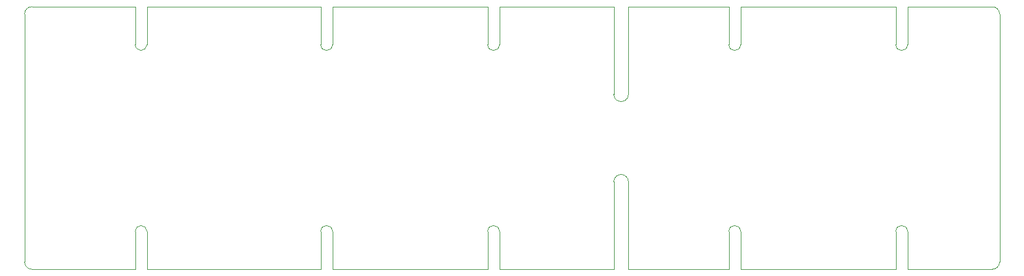
<source format=gbr>
%TF.GenerationSoftware,KiCad,Pcbnew,8.0.4*%
%TF.CreationDate,2024-08-20T01:52:54-04:00*%
%TF.ProjectId,EISA Bridge,45495341-2042-4726-9964-67652e6b6963,1*%
%TF.SameCoordinates,Original*%
%TF.FileFunction,Profile,NP*%
%FSLAX46Y46*%
G04 Gerber Fmt 4.6, Leading zero omitted, Abs format (unit mm)*
G04 Created by KiCad (PCBNEW 8.0.4) date 2024-08-20 01:52:54*
%MOMM*%
%LPD*%
G01*
G04 APERTURE LIST*
%TA.AperFunction,Profile*%
%ADD10C,0.050000*%
%TD*%
G04 APERTURE END LIST*
D10*
X87110000Y-118970000D02*
X101260000Y-118970000D01*
X151120000Y-82970000D02*
X151120000Y-88170000D01*
X86110000Y-83970000D02*
G75*
G02*
X87110000Y-82970000I1000000J0D01*
G01*
X102860000Y-82970000D02*
X102860000Y-88170000D01*
X101260000Y-88170000D02*
X101260000Y-82970000D01*
X207000000Y-82970000D02*
X207000000Y-88170000D01*
X101260001Y-113770001D02*
G75*
G02*
X102859999Y-113770001I799999J1D01*
G01*
X182540000Y-82970000D02*
X168782501Y-82970000D01*
X102860000Y-88170000D02*
G75*
G02*
X101260000Y-88170000I-800000J-1D01*
G01*
X207000001Y-113770001D02*
X207000000Y-118970000D01*
X86110000Y-83970000D02*
X86110000Y-117970001D01*
X166782501Y-106970001D02*
G75*
G02*
X168782499Y-106970000I999999J1D01*
G01*
X126660000Y-118970000D02*
X126660001Y-113770001D01*
X128260000Y-88170000D02*
G75*
G02*
X126660000Y-88170001I-800000J0D01*
G01*
X166782500Y-82970000D02*
X151120000Y-82970000D01*
X205400000Y-118970000D02*
X205400001Y-113770001D01*
X218610002Y-82970000D02*
X207000000Y-82970000D01*
X101260000Y-118970000D02*
X101260001Y-113770001D01*
X101260000Y-82970000D02*
X87110000Y-82970000D01*
X184140000Y-118970000D02*
X205400000Y-118970000D01*
X219610001Y-117970001D02*
G75*
G02*
X218610002Y-118970001I-1000001J1D01*
G01*
X182540000Y-88170000D02*
X182540000Y-82970000D01*
X184140000Y-88170000D02*
G75*
G02*
X182540000Y-88170000I-800000J0D01*
G01*
X184140001Y-113770001D02*
X184140000Y-118970000D01*
X126660001Y-113770001D02*
G75*
G02*
X128260001Y-113770001I800000J0D01*
G01*
X219610001Y-117970001D02*
X219610001Y-83969999D01*
X102860000Y-118970000D02*
X126660000Y-118970000D01*
X182540000Y-118970000D02*
X182540001Y-113770001D01*
X218610002Y-82970000D02*
G75*
G02*
X219610000Y-83969999I-2J-1000000D01*
G01*
X102860000Y-113770001D02*
X102860000Y-118970000D01*
X205400000Y-82970000D02*
X184140000Y-82970000D01*
X151120000Y-88170000D02*
G75*
G02*
X149520000Y-88170001I-800000J0D01*
G01*
X166782500Y-118970000D02*
X166782501Y-106970001D01*
X207000000Y-118970000D02*
X218610002Y-118970000D01*
X207000000Y-88170000D02*
G75*
G02*
X205400000Y-88170000I-800000J0D01*
G01*
X87110000Y-118970000D02*
G75*
G02*
X86110000Y-117970001I0J1000000D01*
G01*
X166782500Y-94970000D02*
X166782500Y-82970000D01*
X126660001Y-88170001D02*
X126660000Y-82970000D01*
X149520001Y-113770001D02*
G75*
G02*
X151120001Y-113770001I800000J0D01*
G01*
X168782501Y-118970000D02*
X182540000Y-118970000D01*
X151120001Y-113770001D02*
X151120000Y-118970000D01*
X149520001Y-88170001D02*
X149520000Y-82970000D01*
X151120000Y-118970000D02*
X166782500Y-118970000D01*
X149520000Y-118970000D02*
X149520001Y-113770001D01*
X168782501Y-82970000D02*
X168782501Y-94970001D01*
X168782500Y-106970000D02*
X168782501Y-118970000D01*
X168782501Y-94970001D02*
G75*
G02*
X166782499Y-94970000I-1000001J1D01*
G01*
X205400001Y-113770001D02*
G75*
G02*
X207000001Y-113770001I800000J0D01*
G01*
X182540001Y-113770001D02*
G75*
G02*
X184140001Y-113770001I800000J0D01*
G01*
X149520000Y-82970000D02*
X128260000Y-82970000D01*
X128260000Y-82970000D02*
X128260000Y-88170000D01*
X128260000Y-118970000D02*
X149520000Y-118970000D01*
X126660000Y-82970000D02*
X102860000Y-82970000D01*
X128260001Y-113770001D02*
X128260000Y-118970000D01*
X205400000Y-88170000D02*
X205400000Y-82970000D01*
X184140000Y-82970000D02*
X184140000Y-88170000D01*
M02*

</source>
